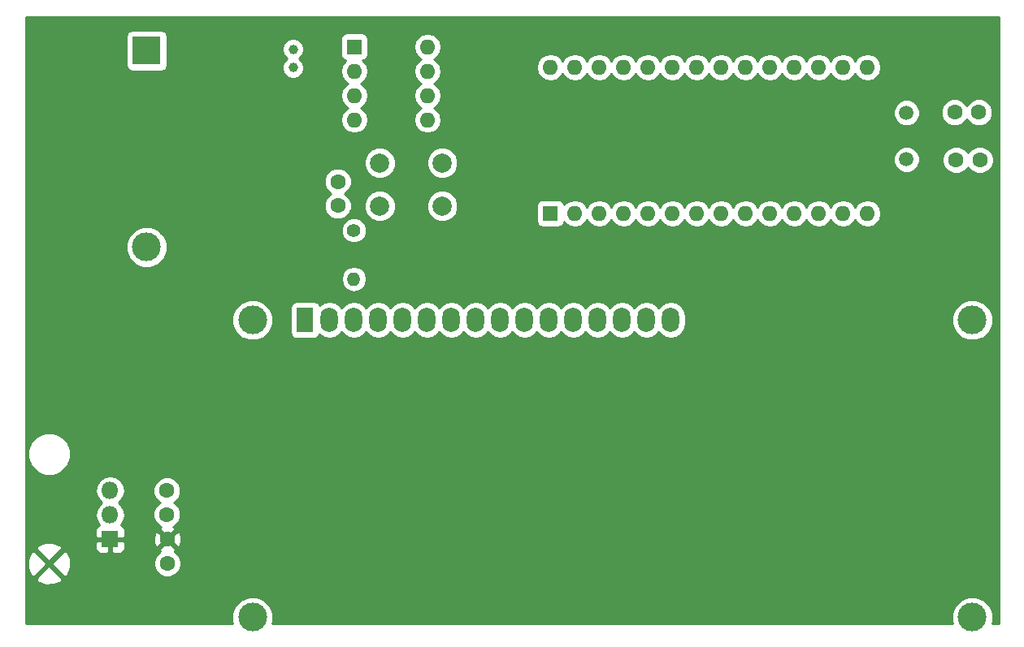
<source format=gbr>
G04 #@! TF.FileFunction,Copper,L2,Bot,Signal*
%FSLAX46Y46*%
G04 Gerber Fmt 4.6, Leading zero omitted, Abs format (unit mm)*
G04 Created by KiCad (PCBNEW 4.0.7) date 06/07/18 19:04:20*
%MOMM*%
%LPD*%
G01*
G04 APERTURE LIST*
%ADD10C,0.100000*%
%ADD11R,1.800000X2.600000*%
%ADD12O,1.800000X2.600000*%
%ADD13C,3.000000*%
%ADD14C,1.600000*%
%ADD15R,1.600000X1.600000*%
%ADD16O,1.600000X1.600000*%
%ADD17C,1.500000*%
%ADD18R,3.000000X3.000000*%
%ADD19C,2.000000*%
%ADD20R,1.800000X1.800000*%
%ADD21O,1.800000X1.800000*%
%ADD22C,1.000000*%
%ADD23C,1.400000*%
%ADD24O,1.400000X1.400000*%
%ADD25C,0.254000*%
G04 APERTURE END LIST*
D10*
D11*
X111760000Y-101600000D03*
D12*
X114300000Y-101600000D03*
X116840000Y-101600000D03*
X119380000Y-101600000D03*
X121920000Y-101600000D03*
X124460000Y-101600000D03*
X127000000Y-101600000D03*
X129540000Y-101600000D03*
X132080000Y-101600000D03*
X134620000Y-101600000D03*
X137160000Y-101600000D03*
X139700000Y-101600000D03*
X142240000Y-101600000D03*
X144780000Y-101600000D03*
X147320000Y-101600000D03*
X149860000Y-101600000D03*
D13*
X106260900Y-101600000D03*
X106260900Y-132600700D03*
X181259480Y-132600700D03*
X181260000Y-101600000D03*
D14*
X97360000Y-119380000D03*
X97360000Y-121880000D03*
D15*
X137300000Y-90480000D03*
D16*
X170320000Y-75240000D03*
X139840000Y-90480000D03*
X167780000Y-75240000D03*
X142380000Y-90480000D03*
X165240000Y-75240000D03*
X144920000Y-90480000D03*
X162700000Y-75240000D03*
X147460000Y-90480000D03*
X160160000Y-75240000D03*
X150000000Y-90480000D03*
X157620000Y-75240000D03*
X152540000Y-90480000D03*
X155080000Y-75240000D03*
X155080000Y-90480000D03*
X152540000Y-75240000D03*
X157620000Y-90480000D03*
X150000000Y-75240000D03*
X160160000Y-90480000D03*
X147460000Y-75240000D03*
X162700000Y-90480000D03*
X144920000Y-75240000D03*
X165240000Y-90480000D03*
X142380000Y-75240000D03*
X167780000Y-90480000D03*
X139840000Y-75240000D03*
X170320000Y-90480000D03*
X137300000Y-75240000D03*
D17*
X174405086Y-84858936D03*
X174405086Y-79978936D03*
D13*
X95250000Y-94000000D03*
D18*
X95250000Y-73510000D03*
D19*
X119540000Y-89710000D03*
X119540000Y-85210000D03*
X126040000Y-89710000D03*
X126040000Y-85210000D03*
D20*
X91440000Y-124460000D03*
D21*
X91440000Y-121920000D03*
X91440000Y-119380000D03*
D15*
X116870000Y-73100000D03*
D16*
X124490000Y-80720000D03*
X116870000Y-75640000D03*
X124490000Y-78180000D03*
X116870000Y-78180000D03*
X124490000Y-75640000D03*
X116870000Y-80720000D03*
X124490000Y-73100000D03*
D22*
X110510000Y-73370000D03*
X110510000Y-75270000D03*
D14*
X115160000Y-89680000D03*
X115160000Y-87180000D03*
X97400000Y-124480000D03*
X97400000Y-126980000D03*
X181920000Y-79940000D03*
X179420000Y-79940000D03*
X182060000Y-84910000D03*
X179560000Y-84910000D03*
D23*
X116840000Y-92240000D03*
D24*
X116840000Y-97320000D03*
D25*
G36*
X183982030Y-133223000D02*
X183312822Y-133223000D01*
X183394108Y-133027241D01*
X183394850Y-132177885D01*
X183070500Y-131392900D01*
X182470439Y-130791791D01*
X181686021Y-130466072D01*
X180836665Y-130465330D01*
X180051680Y-130789680D01*
X179450571Y-131389741D01*
X179124852Y-132174159D01*
X179124110Y-133023515D01*
X179206536Y-133223000D01*
X108314242Y-133223000D01*
X108395528Y-133027241D01*
X108396270Y-132177885D01*
X108071920Y-131392900D01*
X107471859Y-130791791D01*
X106687441Y-130466072D01*
X105838085Y-130465330D01*
X105053100Y-130789680D01*
X104451991Y-131389741D01*
X104126272Y-132174159D01*
X104125530Y-133023515D01*
X104207956Y-133223000D01*
X82636030Y-133223000D01*
X82636030Y-128586202D01*
X83683403Y-128586202D01*
X83855390Y-128915360D01*
X84682346Y-129242026D01*
X85571363Y-129227365D01*
X86324610Y-128915360D01*
X86496597Y-128586202D01*
X85090000Y-127179605D01*
X83683403Y-128586202D01*
X82636030Y-128586202D01*
X82636030Y-126592346D01*
X82847974Y-126592346D01*
X82862635Y-127481363D01*
X83174640Y-128234610D01*
X83503798Y-128406597D01*
X84910395Y-127000000D01*
X85269605Y-127000000D01*
X86676202Y-128406597D01*
X87005360Y-128234610D01*
X87332026Y-127407654D01*
X87329661Y-127264187D01*
X95964752Y-127264187D01*
X96182757Y-127791800D01*
X96586077Y-128195824D01*
X97113309Y-128414750D01*
X97684187Y-128415248D01*
X98211800Y-128197243D01*
X98615824Y-127793923D01*
X98834750Y-127266691D01*
X98835248Y-126695813D01*
X98617243Y-126168200D01*
X98213923Y-125764176D01*
X98147456Y-125736577D01*
X98154005Y-125733864D01*
X98228139Y-125487745D01*
X97400000Y-124659605D01*
X96571861Y-125487745D01*
X96645995Y-125733864D01*
X96652483Y-125736196D01*
X96588200Y-125762757D01*
X96184176Y-126166077D01*
X95965250Y-126693309D01*
X95964752Y-127264187D01*
X87329661Y-127264187D01*
X87317365Y-126518637D01*
X87005360Y-125765390D01*
X86676202Y-125593403D01*
X85269605Y-127000000D01*
X84910395Y-127000000D01*
X83503798Y-125593403D01*
X83174640Y-125765390D01*
X82847974Y-126592346D01*
X82636030Y-126592346D01*
X82636030Y-125413798D01*
X83683403Y-125413798D01*
X85090000Y-126820395D01*
X86496597Y-125413798D01*
X86324610Y-125084640D01*
X85497654Y-124757974D01*
X84608637Y-124772635D01*
X83855390Y-125084640D01*
X83683403Y-125413798D01*
X82636030Y-125413798D01*
X82636030Y-124745750D01*
X89905000Y-124745750D01*
X89905000Y-125486309D01*
X90001673Y-125719698D01*
X90180301Y-125898327D01*
X90413690Y-125995000D01*
X91154250Y-125995000D01*
X91313000Y-125836250D01*
X91313000Y-124587000D01*
X91567000Y-124587000D01*
X91567000Y-125836250D01*
X91725750Y-125995000D01*
X92466310Y-125995000D01*
X92699699Y-125898327D01*
X92878327Y-125719698D01*
X92975000Y-125486309D01*
X92975000Y-124745750D01*
X92816250Y-124587000D01*
X91567000Y-124587000D01*
X91313000Y-124587000D01*
X90063750Y-124587000D01*
X89905000Y-124745750D01*
X82636030Y-124745750D01*
X82636030Y-119349928D01*
X89905000Y-119349928D01*
X89905000Y-119410072D01*
X90021845Y-119997491D01*
X90354591Y-120495481D01*
X90585845Y-120650000D01*
X90354591Y-120804519D01*
X90021845Y-121302509D01*
X89905000Y-121889928D01*
X89905000Y-121950072D01*
X90021845Y-122537491D01*
X90309583Y-122968122D01*
X90180301Y-123021673D01*
X90001673Y-123200302D01*
X89905000Y-123433691D01*
X89905000Y-124174250D01*
X90063750Y-124333000D01*
X91313000Y-124333000D01*
X91313000Y-124313000D01*
X91567000Y-124313000D01*
X91567000Y-124333000D01*
X92816250Y-124333000D01*
X92886027Y-124263223D01*
X95953035Y-124263223D01*
X95980222Y-124833454D01*
X96146136Y-125234005D01*
X96392255Y-125308139D01*
X97220395Y-124480000D01*
X97579605Y-124480000D01*
X98407745Y-125308139D01*
X98653864Y-125234005D01*
X98846965Y-124696777D01*
X98819778Y-124126546D01*
X98653864Y-123725995D01*
X98407745Y-123651861D01*
X97579605Y-124480000D01*
X97220395Y-124480000D01*
X96392255Y-123651861D01*
X96146136Y-123725995D01*
X95953035Y-124263223D01*
X92886027Y-124263223D01*
X92975000Y-124174250D01*
X92975000Y-123433691D01*
X92878327Y-123200302D01*
X92699699Y-123021673D01*
X92570417Y-122968122D01*
X92858155Y-122537491D01*
X92975000Y-121950072D01*
X92975000Y-121889928D01*
X92858155Y-121302509D01*
X92525409Y-120804519D01*
X92294155Y-120650000D01*
X92525409Y-120495481D01*
X92858155Y-119997491D01*
X92924453Y-119664187D01*
X95924752Y-119664187D01*
X96142757Y-120191800D01*
X96546077Y-120595824D01*
X96627931Y-120629813D01*
X96548200Y-120662757D01*
X96144176Y-121066077D01*
X95925250Y-121593309D01*
X95924752Y-122164187D01*
X96142757Y-122691800D01*
X96546077Y-123095824D01*
X96753081Y-123181780D01*
X96645995Y-123226136D01*
X96571861Y-123472255D01*
X97400000Y-124300395D01*
X98228139Y-123472255D01*
X98154005Y-123226136D01*
X97996698Y-123169594D01*
X98171800Y-123097243D01*
X98575824Y-122693923D01*
X98794750Y-122166691D01*
X98795248Y-121595813D01*
X98577243Y-121068200D01*
X98173923Y-120664176D01*
X98092069Y-120630187D01*
X98171800Y-120597243D01*
X98575824Y-120193923D01*
X98794750Y-119666691D01*
X98795248Y-119095813D01*
X98577243Y-118568200D01*
X98173923Y-118164176D01*
X97646691Y-117945250D01*
X97075813Y-117944752D01*
X96548200Y-118162757D01*
X96144176Y-118566077D01*
X95925250Y-119093309D01*
X95924752Y-119664187D01*
X92924453Y-119664187D01*
X92975000Y-119410072D01*
X92975000Y-119349928D01*
X92858155Y-118762509D01*
X92525409Y-118264519D01*
X92027419Y-117931773D01*
X91440000Y-117814928D01*
X90852581Y-117931773D01*
X90354591Y-118264519D01*
X90021845Y-118762509D01*
X89905000Y-119349928D01*
X82636030Y-119349928D01*
X82636030Y-116012619D01*
X82854613Y-116012619D01*
X83194155Y-116834372D01*
X83822321Y-117463636D01*
X84643481Y-117804611D01*
X85532619Y-117805387D01*
X86354372Y-117465845D01*
X86983636Y-116837679D01*
X87324611Y-116016519D01*
X87325387Y-115127381D01*
X86985845Y-114305628D01*
X86357679Y-113676364D01*
X85536519Y-113335389D01*
X84647381Y-113334613D01*
X83825628Y-113674155D01*
X83196364Y-114302321D01*
X82855389Y-115123481D01*
X82854613Y-116012619D01*
X82636030Y-116012619D01*
X82636030Y-102022815D01*
X104125530Y-102022815D01*
X104449880Y-102807800D01*
X105049941Y-103408909D01*
X105834359Y-103734628D01*
X106683715Y-103735370D01*
X107468700Y-103411020D01*
X108069809Y-102810959D01*
X108395528Y-102026541D01*
X108396270Y-101177185D01*
X108071920Y-100392200D01*
X107979881Y-100300000D01*
X110212560Y-100300000D01*
X110212560Y-102900000D01*
X110256838Y-103135317D01*
X110395910Y-103351441D01*
X110608110Y-103496431D01*
X110860000Y-103547440D01*
X112660000Y-103547440D01*
X112895317Y-103503162D01*
X113111441Y-103364090D01*
X113256431Y-103151890D01*
X113256541Y-103151348D01*
X113712581Y-103456064D01*
X114300000Y-103572909D01*
X114887419Y-103456064D01*
X115385409Y-103123318D01*
X115570000Y-102847058D01*
X115754591Y-103123318D01*
X116252581Y-103456064D01*
X116840000Y-103572909D01*
X117427419Y-103456064D01*
X117925409Y-103123318D01*
X118110000Y-102847058D01*
X118294591Y-103123318D01*
X118792581Y-103456064D01*
X119380000Y-103572909D01*
X119967419Y-103456064D01*
X120465409Y-103123318D01*
X120650000Y-102847058D01*
X120834591Y-103123318D01*
X121332581Y-103456064D01*
X121920000Y-103572909D01*
X122507419Y-103456064D01*
X123005409Y-103123318D01*
X123190000Y-102847058D01*
X123374591Y-103123318D01*
X123872581Y-103456064D01*
X124460000Y-103572909D01*
X125047419Y-103456064D01*
X125545409Y-103123318D01*
X125730000Y-102847058D01*
X125914591Y-103123318D01*
X126412581Y-103456064D01*
X127000000Y-103572909D01*
X127587419Y-103456064D01*
X128085409Y-103123318D01*
X128270000Y-102847058D01*
X128454591Y-103123318D01*
X128952581Y-103456064D01*
X129540000Y-103572909D01*
X130127419Y-103456064D01*
X130625409Y-103123318D01*
X130810000Y-102847058D01*
X130994591Y-103123318D01*
X131492581Y-103456064D01*
X132080000Y-103572909D01*
X132667419Y-103456064D01*
X133165409Y-103123318D01*
X133350000Y-102847058D01*
X133534591Y-103123318D01*
X134032581Y-103456064D01*
X134620000Y-103572909D01*
X135207419Y-103456064D01*
X135705409Y-103123318D01*
X135890000Y-102847058D01*
X136074591Y-103123318D01*
X136572581Y-103456064D01*
X137160000Y-103572909D01*
X137747419Y-103456064D01*
X138245409Y-103123318D01*
X138430000Y-102847058D01*
X138614591Y-103123318D01*
X139112581Y-103456064D01*
X139700000Y-103572909D01*
X140287419Y-103456064D01*
X140785409Y-103123318D01*
X140970000Y-102847058D01*
X141154591Y-103123318D01*
X141652581Y-103456064D01*
X142240000Y-103572909D01*
X142827419Y-103456064D01*
X143325409Y-103123318D01*
X143510000Y-102847058D01*
X143694591Y-103123318D01*
X144192581Y-103456064D01*
X144780000Y-103572909D01*
X145367419Y-103456064D01*
X145865409Y-103123318D01*
X146050000Y-102847058D01*
X146234591Y-103123318D01*
X146732581Y-103456064D01*
X147320000Y-103572909D01*
X147907419Y-103456064D01*
X148405409Y-103123318D01*
X148590000Y-102847058D01*
X148774591Y-103123318D01*
X149272581Y-103456064D01*
X149860000Y-103572909D01*
X150447419Y-103456064D01*
X150945409Y-103123318D01*
X151278155Y-102625328D01*
X151395000Y-102037909D01*
X151395000Y-102022815D01*
X179124630Y-102022815D01*
X179448980Y-102807800D01*
X180049041Y-103408909D01*
X180833459Y-103734628D01*
X181682815Y-103735370D01*
X182467800Y-103411020D01*
X183068909Y-102810959D01*
X183394628Y-102026541D01*
X183395370Y-101177185D01*
X183071020Y-100392200D01*
X182470959Y-99791091D01*
X181686541Y-99465372D01*
X180837185Y-99464630D01*
X180052200Y-99788980D01*
X179451091Y-100389041D01*
X179125372Y-101173459D01*
X179124630Y-102022815D01*
X151395000Y-102022815D01*
X151395000Y-101162091D01*
X151278155Y-100574672D01*
X150945409Y-100076682D01*
X150447419Y-99743936D01*
X149860000Y-99627091D01*
X149272581Y-99743936D01*
X148774591Y-100076682D01*
X148590000Y-100352942D01*
X148405409Y-100076682D01*
X147907419Y-99743936D01*
X147320000Y-99627091D01*
X146732581Y-99743936D01*
X146234591Y-100076682D01*
X146050000Y-100352942D01*
X145865409Y-100076682D01*
X145367419Y-99743936D01*
X144780000Y-99627091D01*
X144192581Y-99743936D01*
X143694591Y-100076682D01*
X143510000Y-100352942D01*
X143325409Y-100076682D01*
X142827419Y-99743936D01*
X142240000Y-99627091D01*
X141652581Y-99743936D01*
X141154591Y-100076682D01*
X140970000Y-100352942D01*
X140785409Y-100076682D01*
X140287419Y-99743936D01*
X139700000Y-99627091D01*
X139112581Y-99743936D01*
X138614591Y-100076682D01*
X138430000Y-100352942D01*
X138245409Y-100076682D01*
X137747419Y-99743936D01*
X137160000Y-99627091D01*
X136572581Y-99743936D01*
X136074591Y-100076682D01*
X135890000Y-100352942D01*
X135705409Y-100076682D01*
X135207419Y-99743936D01*
X134620000Y-99627091D01*
X134032581Y-99743936D01*
X133534591Y-100076682D01*
X133350000Y-100352942D01*
X133165409Y-100076682D01*
X132667419Y-99743936D01*
X132080000Y-99627091D01*
X131492581Y-99743936D01*
X130994591Y-100076682D01*
X130810000Y-100352942D01*
X130625409Y-100076682D01*
X130127419Y-99743936D01*
X129540000Y-99627091D01*
X128952581Y-99743936D01*
X128454591Y-100076682D01*
X128270000Y-100352942D01*
X128085409Y-100076682D01*
X127587419Y-99743936D01*
X127000000Y-99627091D01*
X126412581Y-99743936D01*
X125914591Y-100076682D01*
X125730000Y-100352942D01*
X125545409Y-100076682D01*
X125047419Y-99743936D01*
X124460000Y-99627091D01*
X123872581Y-99743936D01*
X123374591Y-100076682D01*
X123190000Y-100352942D01*
X123005409Y-100076682D01*
X122507419Y-99743936D01*
X121920000Y-99627091D01*
X121332581Y-99743936D01*
X120834591Y-100076682D01*
X120650000Y-100352942D01*
X120465409Y-100076682D01*
X119967419Y-99743936D01*
X119380000Y-99627091D01*
X118792581Y-99743936D01*
X118294591Y-100076682D01*
X118110000Y-100352942D01*
X117925409Y-100076682D01*
X117427419Y-99743936D01*
X116840000Y-99627091D01*
X116252581Y-99743936D01*
X115754591Y-100076682D01*
X115570000Y-100352942D01*
X115385409Y-100076682D01*
X114887419Y-99743936D01*
X114300000Y-99627091D01*
X113712581Y-99743936D01*
X113253957Y-100050378D01*
X113124090Y-99848559D01*
X112911890Y-99703569D01*
X112660000Y-99652560D01*
X110860000Y-99652560D01*
X110624683Y-99696838D01*
X110408559Y-99835910D01*
X110263569Y-100048110D01*
X110212560Y-100300000D01*
X107979881Y-100300000D01*
X107471859Y-99791091D01*
X106687441Y-99465372D01*
X105838085Y-99464630D01*
X105053100Y-99788980D01*
X104451991Y-100389041D01*
X104126272Y-101173459D01*
X104125530Y-102022815D01*
X82636030Y-102022815D01*
X82636030Y-97293846D01*
X115505000Y-97293846D01*
X115505000Y-97346154D01*
X115606621Y-97857036D01*
X115896012Y-98290142D01*
X116329118Y-98579533D01*
X116840000Y-98681154D01*
X117350882Y-98579533D01*
X117783988Y-98290142D01*
X118073379Y-97857036D01*
X118175000Y-97346154D01*
X118175000Y-97293846D01*
X118073379Y-96782964D01*
X117783988Y-96349858D01*
X117350882Y-96060467D01*
X116840000Y-95958846D01*
X116329118Y-96060467D01*
X115896012Y-96349858D01*
X115606621Y-96782964D01*
X115505000Y-97293846D01*
X82636030Y-97293846D01*
X82636030Y-94422815D01*
X93114630Y-94422815D01*
X93438980Y-95207800D01*
X94039041Y-95808909D01*
X94823459Y-96134628D01*
X95672815Y-96135370D01*
X96457800Y-95811020D01*
X97058909Y-95210959D01*
X97384628Y-94426541D01*
X97385370Y-93577185D01*
X97061020Y-92792200D01*
X96773705Y-92504383D01*
X115504769Y-92504383D01*
X115707582Y-92995229D01*
X116082796Y-93371098D01*
X116573287Y-93574768D01*
X117104383Y-93575231D01*
X117595229Y-93372418D01*
X117971098Y-92997204D01*
X118174768Y-92506713D01*
X118175231Y-91975617D01*
X117972418Y-91484771D01*
X117597204Y-91108902D01*
X117106713Y-90905232D01*
X116575617Y-90904769D01*
X116084771Y-91107582D01*
X115708902Y-91482796D01*
X115505232Y-91973287D01*
X115504769Y-92504383D01*
X96773705Y-92504383D01*
X96460959Y-92191091D01*
X95676541Y-91865372D01*
X94827185Y-91864630D01*
X94042200Y-92188980D01*
X93441091Y-92789041D01*
X93115372Y-93573459D01*
X93114630Y-94422815D01*
X82636030Y-94422815D01*
X82636030Y-87464187D01*
X113724752Y-87464187D01*
X113942757Y-87991800D01*
X114346077Y-88395824D01*
X114427931Y-88429813D01*
X114348200Y-88462757D01*
X113944176Y-88866077D01*
X113725250Y-89393309D01*
X113724752Y-89964187D01*
X113942757Y-90491800D01*
X114346077Y-90895824D01*
X114873309Y-91114750D01*
X115444187Y-91115248D01*
X115971800Y-90897243D01*
X116375824Y-90493923D01*
X116566885Y-90033795D01*
X117904716Y-90033795D01*
X118153106Y-90634943D01*
X118612637Y-91095278D01*
X119213352Y-91344716D01*
X119863795Y-91345284D01*
X120464943Y-91096894D01*
X120925278Y-90637363D01*
X121174716Y-90036648D01*
X121174718Y-90033795D01*
X124404716Y-90033795D01*
X124653106Y-90634943D01*
X125112637Y-91095278D01*
X125713352Y-91344716D01*
X126363795Y-91345284D01*
X126964943Y-91096894D01*
X127425278Y-90637363D01*
X127674716Y-90036648D01*
X127675027Y-89680000D01*
X135852560Y-89680000D01*
X135852560Y-91280000D01*
X135896838Y-91515317D01*
X136035910Y-91731441D01*
X136248110Y-91876431D01*
X136500000Y-91927440D01*
X138100000Y-91927440D01*
X138335317Y-91883162D01*
X138551441Y-91744090D01*
X138696431Y-91531890D01*
X138727815Y-91376911D01*
X138825302Y-91522811D01*
X139290849Y-91833880D01*
X139840000Y-91943113D01*
X140389151Y-91833880D01*
X140854698Y-91522811D01*
X141110000Y-91140725D01*
X141365302Y-91522811D01*
X141830849Y-91833880D01*
X142380000Y-91943113D01*
X142929151Y-91833880D01*
X143394698Y-91522811D01*
X143650000Y-91140725D01*
X143905302Y-91522811D01*
X144370849Y-91833880D01*
X144920000Y-91943113D01*
X145469151Y-91833880D01*
X145934698Y-91522811D01*
X146190000Y-91140725D01*
X146445302Y-91522811D01*
X146910849Y-91833880D01*
X147460000Y-91943113D01*
X148009151Y-91833880D01*
X148474698Y-91522811D01*
X148730000Y-91140725D01*
X148985302Y-91522811D01*
X149450849Y-91833880D01*
X150000000Y-91943113D01*
X150549151Y-91833880D01*
X151014698Y-91522811D01*
X151270000Y-91140725D01*
X151525302Y-91522811D01*
X151990849Y-91833880D01*
X152540000Y-91943113D01*
X153089151Y-91833880D01*
X153554698Y-91522811D01*
X153810000Y-91140725D01*
X154065302Y-91522811D01*
X154530849Y-91833880D01*
X155080000Y-91943113D01*
X155629151Y-91833880D01*
X156094698Y-91522811D01*
X156350000Y-91140725D01*
X156605302Y-91522811D01*
X157070849Y-91833880D01*
X157620000Y-91943113D01*
X158169151Y-91833880D01*
X158634698Y-91522811D01*
X158890000Y-91140725D01*
X159145302Y-91522811D01*
X159610849Y-91833880D01*
X160160000Y-91943113D01*
X160709151Y-91833880D01*
X161174698Y-91522811D01*
X161430000Y-91140725D01*
X161685302Y-91522811D01*
X162150849Y-91833880D01*
X162700000Y-91943113D01*
X163249151Y-91833880D01*
X163714698Y-91522811D01*
X163970000Y-91140725D01*
X164225302Y-91522811D01*
X164690849Y-91833880D01*
X165240000Y-91943113D01*
X165789151Y-91833880D01*
X166254698Y-91522811D01*
X166510000Y-91140725D01*
X166765302Y-91522811D01*
X167230849Y-91833880D01*
X167780000Y-91943113D01*
X168329151Y-91833880D01*
X168794698Y-91522811D01*
X169050000Y-91140725D01*
X169305302Y-91522811D01*
X169770849Y-91833880D01*
X170320000Y-91943113D01*
X170869151Y-91833880D01*
X171334698Y-91522811D01*
X171645767Y-91057264D01*
X171755000Y-90508113D01*
X171755000Y-90451887D01*
X171645767Y-89902736D01*
X171334698Y-89437189D01*
X170869151Y-89126120D01*
X170320000Y-89016887D01*
X169770849Y-89126120D01*
X169305302Y-89437189D01*
X169050000Y-89819275D01*
X168794698Y-89437189D01*
X168329151Y-89126120D01*
X167780000Y-89016887D01*
X167230849Y-89126120D01*
X166765302Y-89437189D01*
X166510000Y-89819275D01*
X166254698Y-89437189D01*
X165789151Y-89126120D01*
X165240000Y-89016887D01*
X164690849Y-89126120D01*
X164225302Y-89437189D01*
X163970000Y-89819275D01*
X163714698Y-89437189D01*
X163249151Y-89126120D01*
X162700000Y-89016887D01*
X162150849Y-89126120D01*
X161685302Y-89437189D01*
X161430000Y-89819275D01*
X161174698Y-89437189D01*
X160709151Y-89126120D01*
X160160000Y-89016887D01*
X159610849Y-89126120D01*
X159145302Y-89437189D01*
X158890000Y-89819275D01*
X158634698Y-89437189D01*
X158169151Y-89126120D01*
X157620000Y-89016887D01*
X157070849Y-89126120D01*
X156605302Y-89437189D01*
X156350000Y-89819275D01*
X156094698Y-89437189D01*
X155629151Y-89126120D01*
X155080000Y-89016887D01*
X154530849Y-89126120D01*
X154065302Y-89437189D01*
X153810000Y-89819275D01*
X153554698Y-89437189D01*
X153089151Y-89126120D01*
X152540000Y-89016887D01*
X151990849Y-89126120D01*
X151525302Y-89437189D01*
X151270000Y-89819275D01*
X151014698Y-89437189D01*
X150549151Y-89126120D01*
X150000000Y-89016887D01*
X149450849Y-89126120D01*
X148985302Y-89437189D01*
X148730000Y-89819275D01*
X148474698Y-89437189D01*
X148009151Y-89126120D01*
X147460000Y-89016887D01*
X146910849Y-89126120D01*
X146445302Y-89437189D01*
X146190000Y-89819275D01*
X145934698Y-89437189D01*
X145469151Y-89126120D01*
X144920000Y-89016887D01*
X144370849Y-89126120D01*
X143905302Y-89437189D01*
X143650000Y-89819275D01*
X143394698Y-89437189D01*
X142929151Y-89126120D01*
X142380000Y-89016887D01*
X141830849Y-89126120D01*
X141365302Y-89437189D01*
X141110000Y-89819275D01*
X140854698Y-89437189D01*
X140389151Y-89126120D01*
X139840000Y-89016887D01*
X139290849Y-89126120D01*
X138825302Y-89437189D01*
X138728899Y-89581465D01*
X138703162Y-89444683D01*
X138564090Y-89228559D01*
X138351890Y-89083569D01*
X138100000Y-89032560D01*
X136500000Y-89032560D01*
X136264683Y-89076838D01*
X136048559Y-89215910D01*
X135903569Y-89428110D01*
X135852560Y-89680000D01*
X127675027Y-89680000D01*
X127675284Y-89386205D01*
X127426894Y-88785057D01*
X126967363Y-88324722D01*
X126366648Y-88075284D01*
X125716205Y-88074716D01*
X125115057Y-88323106D01*
X124654722Y-88782637D01*
X124405284Y-89383352D01*
X124404716Y-90033795D01*
X121174718Y-90033795D01*
X121175284Y-89386205D01*
X120926894Y-88785057D01*
X120467363Y-88324722D01*
X119866648Y-88075284D01*
X119216205Y-88074716D01*
X118615057Y-88323106D01*
X118154722Y-88782637D01*
X117905284Y-89383352D01*
X117904716Y-90033795D01*
X116566885Y-90033795D01*
X116594750Y-89966691D01*
X116595248Y-89395813D01*
X116377243Y-88868200D01*
X115973923Y-88464176D01*
X115892069Y-88430187D01*
X115971800Y-88397243D01*
X116375824Y-87993923D01*
X116594750Y-87466691D01*
X116595248Y-86895813D01*
X116377243Y-86368200D01*
X115973923Y-85964176D01*
X115446691Y-85745250D01*
X114875813Y-85744752D01*
X114348200Y-85962757D01*
X113944176Y-86366077D01*
X113725250Y-86893309D01*
X113724752Y-87464187D01*
X82636030Y-87464187D01*
X82636030Y-85533795D01*
X117904716Y-85533795D01*
X118153106Y-86134943D01*
X118612637Y-86595278D01*
X119213352Y-86844716D01*
X119863795Y-86845284D01*
X120464943Y-86596894D01*
X120925278Y-86137363D01*
X121174716Y-85536648D01*
X121174718Y-85533795D01*
X124404716Y-85533795D01*
X124653106Y-86134943D01*
X125112637Y-86595278D01*
X125713352Y-86844716D01*
X126363795Y-86845284D01*
X126964943Y-86596894D01*
X127425278Y-86137363D01*
X127674716Y-85536648D01*
X127675068Y-85133221D01*
X173019846Y-85133221D01*
X173230255Y-85642451D01*
X173619522Y-86032397D01*
X174128384Y-86243695D01*
X174679371Y-86244176D01*
X175188601Y-86033767D01*
X175578547Y-85644500D01*
X175765533Y-85194187D01*
X178124752Y-85194187D01*
X178342757Y-85721800D01*
X178746077Y-86125824D01*
X179273309Y-86344750D01*
X179844187Y-86345248D01*
X180371800Y-86127243D01*
X180775824Y-85723923D01*
X180809813Y-85642069D01*
X180842757Y-85721800D01*
X181246077Y-86125824D01*
X181773309Y-86344750D01*
X182344187Y-86345248D01*
X182871800Y-86127243D01*
X183275824Y-85723923D01*
X183494750Y-85196691D01*
X183495248Y-84625813D01*
X183277243Y-84098200D01*
X182873923Y-83694176D01*
X182346691Y-83475250D01*
X181775813Y-83474752D01*
X181248200Y-83692757D01*
X180844176Y-84096077D01*
X180810187Y-84177931D01*
X180777243Y-84098200D01*
X180373923Y-83694176D01*
X179846691Y-83475250D01*
X179275813Y-83474752D01*
X178748200Y-83692757D01*
X178344176Y-84096077D01*
X178125250Y-84623309D01*
X178124752Y-85194187D01*
X175765533Y-85194187D01*
X175789845Y-85135638D01*
X175790326Y-84584651D01*
X175579917Y-84075421D01*
X175190650Y-83685475D01*
X174681788Y-83474177D01*
X174130801Y-83473696D01*
X173621571Y-83684105D01*
X173231625Y-84073372D01*
X173020327Y-84582234D01*
X173019846Y-85133221D01*
X127675068Y-85133221D01*
X127675284Y-84886205D01*
X127426894Y-84285057D01*
X126967363Y-83824722D01*
X126366648Y-83575284D01*
X125716205Y-83574716D01*
X125115057Y-83823106D01*
X124654722Y-84282637D01*
X124405284Y-84883352D01*
X124404716Y-85533795D01*
X121174718Y-85533795D01*
X121175284Y-84886205D01*
X120926894Y-84285057D01*
X120467363Y-83824722D01*
X119866648Y-83575284D01*
X119216205Y-83574716D01*
X118615057Y-83823106D01*
X118154722Y-84282637D01*
X117905284Y-84883352D01*
X117904716Y-85533795D01*
X82636030Y-85533795D01*
X82636030Y-72010000D01*
X93102560Y-72010000D01*
X93102560Y-75010000D01*
X93146838Y-75245317D01*
X93285910Y-75461441D01*
X93498110Y-75606431D01*
X93750000Y-75657440D01*
X96750000Y-75657440D01*
X96985317Y-75613162D01*
X97201441Y-75474090D01*
X97346431Y-75261890D01*
X97397440Y-75010000D01*
X97397440Y-73594775D01*
X109374803Y-73594775D01*
X109547233Y-74012086D01*
X109854867Y-74320257D01*
X109548355Y-74626235D01*
X109375197Y-75043244D01*
X109374803Y-75494775D01*
X109547233Y-75912086D01*
X109866235Y-76231645D01*
X110283244Y-76404803D01*
X110734775Y-76405197D01*
X111152086Y-76232767D01*
X111471645Y-75913765D01*
X111585322Y-75640000D01*
X115406887Y-75640000D01*
X115516120Y-76189151D01*
X115827189Y-76654698D01*
X116209275Y-76910000D01*
X115827189Y-77165302D01*
X115516120Y-77630849D01*
X115406887Y-78180000D01*
X115516120Y-78729151D01*
X115827189Y-79194698D01*
X116209275Y-79450000D01*
X115827189Y-79705302D01*
X115516120Y-80170849D01*
X115406887Y-80720000D01*
X115516120Y-81269151D01*
X115827189Y-81734698D01*
X116292736Y-82045767D01*
X116841887Y-82155000D01*
X116898113Y-82155000D01*
X117447264Y-82045767D01*
X117912811Y-81734698D01*
X118223880Y-81269151D01*
X118333113Y-80720000D01*
X118223880Y-80170849D01*
X117912811Y-79705302D01*
X117530725Y-79450000D01*
X117912811Y-79194698D01*
X118223880Y-78729151D01*
X118333113Y-78180000D01*
X118223880Y-77630849D01*
X117912811Y-77165302D01*
X117530725Y-76910000D01*
X117912811Y-76654698D01*
X118223880Y-76189151D01*
X118333113Y-75640000D01*
X118223880Y-75090849D01*
X117912811Y-74625302D01*
X117768535Y-74528899D01*
X117905317Y-74503162D01*
X118121441Y-74364090D01*
X118266431Y-74151890D01*
X118317440Y-73900000D01*
X118317440Y-73100000D01*
X123026887Y-73100000D01*
X123136120Y-73649151D01*
X123447189Y-74114698D01*
X123829275Y-74370000D01*
X123447189Y-74625302D01*
X123136120Y-75090849D01*
X123026887Y-75640000D01*
X123136120Y-76189151D01*
X123447189Y-76654698D01*
X123829275Y-76910000D01*
X123447189Y-77165302D01*
X123136120Y-77630849D01*
X123026887Y-78180000D01*
X123136120Y-78729151D01*
X123447189Y-79194698D01*
X123829275Y-79450000D01*
X123447189Y-79705302D01*
X123136120Y-80170849D01*
X123026887Y-80720000D01*
X123136120Y-81269151D01*
X123447189Y-81734698D01*
X123912736Y-82045767D01*
X124461887Y-82155000D01*
X124518113Y-82155000D01*
X125067264Y-82045767D01*
X125532811Y-81734698D01*
X125843880Y-81269151D01*
X125953113Y-80720000D01*
X125860265Y-80253221D01*
X173019846Y-80253221D01*
X173230255Y-80762451D01*
X173619522Y-81152397D01*
X174128384Y-81363695D01*
X174679371Y-81364176D01*
X175188601Y-81153767D01*
X175578547Y-80764500D01*
X175789845Y-80255638D01*
X175789872Y-80224187D01*
X177984752Y-80224187D01*
X178202757Y-80751800D01*
X178606077Y-81155824D01*
X179133309Y-81374750D01*
X179704187Y-81375248D01*
X180231800Y-81157243D01*
X180635824Y-80753923D01*
X180669813Y-80672069D01*
X180702757Y-80751800D01*
X181106077Y-81155824D01*
X181633309Y-81374750D01*
X182204187Y-81375248D01*
X182731800Y-81157243D01*
X183135824Y-80753923D01*
X183354750Y-80226691D01*
X183355248Y-79655813D01*
X183137243Y-79128200D01*
X182733923Y-78724176D01*
X182206691Y-78505250D01*
X181635813Y-78504752D01*
X181108200Y-78722757D01*
X180704176Y-79126077D01*
X180670187Y-79207931D01*
X180637243Y-79128200D01*
X180233923Y-78724176D01*
X179706691Y-78505250D01*
X179135813Y-78504752D01*
X178608200Y-78722757D01*
X178204176Y-79126077D01*
X177985250Y-79653309D01*
X177984752Y-80224187D01*
X175789872Y-80224187D01*
X175790326Y-79704651D01*
X175579917Y-79195421D01*
X175190650Y-78805475D01*
X174681788Y-78594177D01*
X174130801Y-78593696D01*
X173621571Y-78804105D01*
X173231625Y-79193372D01*
X173020327Y-79702234D01*
X173019846Y-80253221D01*
X125860265Y-80253221D01*
X125843880Y-80170849D01*
X125532811Y-79705302D01*
X125150725Y-79450000D01*
X125532811Y-79194698D01*
X125843880Y-78729151D01*
X125953113Y-78180000D01*
X125843880Y-77630849D01*
X125532811Y-77165302D01*
X125150725Y-76910000D01*
X125532811Y-76654698D01*
X125843880Y-76189151D01*
X125953113Y-75640000D01*
X125867956Y-75211887D01*
X135865000Y-75211887D01*
X135865000Y-75268113D01*
X135974233Y-75817264D01*
X136285302Y-76282811D01*
X136750849Y-76593880D01*
X137300000Y-76703113D01*
X137849151Y-76593880D01*
X138314698Y-76282811D01*
X138570000Y-75900725D01*
X138825302Y-76282811D01*
X139290849Y-76593880D01*
X139840000Y-76703113D01*
X140389151Y-76593880D01*
X140854698Y-76282811D01*
X141110000Y-75900725D01*
X141365302Y-76282811D01*
X141830849Y-76593880D01*
X142380000Y-76703113D01*
X142929151Y-76593880D01*
X143394698Y-76282811D01*
X143650000Y-75900725D01*
X143905302Y-76282811D01*
X144370849Y-76593880D01*
X144920000Y-76703113D01*
X145469151Y-76593880D01*
X145934698Y-76282811D01*
X146190000Y-75900725D01*
X146445302Y-76282811D01*
X146910849Y-76593880D01*
X147460000Y-76703113D01*
X148009151Y-76593880D01*
X148474698Y-76282811D01*
X148730000Y-75900725D01*
X148985302Y-76282811D01*
X149450849Y-76593880D01*
X150000000Y-76703113D01*
X150549151Y-76593880D01*
X151014698Y-76282811D01*
X151270000Y-75900725D01*
X151525302Y-76282811D01*
X151990849Y-76593880D01*
X152540000Y-76703113D01*
X153089151Y-76593880D01*
X153554698Y-76282811D01*
X153810000Y-75900725D01*
X154065302Y-76282811D01*
X154530849Y-76593880D01*
X155080000Y-76703113D01*
X155629151Y-76593880D01*
X156094698Y-76282811D01*
X156350000Y-75900725D01*
X156605302Y-76282811D01*
X157070849Y-76593880D01*
X157620000Y-76703113D01*
X158169151Y-76593880D01*
X158634698Y-76282811D01*
X158890000Y-75900725D01*
X159145302Y-76282811D01*
X159610849Y-76593880D01*
X160160000Y-76703113D01*
X160709151Y-76593880D01*
X161174698Y-76282811D01*
X161430000Y-75900725D01*
X161685302Y-76282811D01*
X162150849Y-76593880D01*
X162700000Y-76703113D01*
X163249151Y-76593880D01*
X163714698Y-76282811D01*
X163970000Y-75900725D01*
X164225302Y-76282811D01*
X164690849Y-76593880D01*
X165240000Y-76703113D01*
X165789151Y-76593880D01*
X166254698Y-76282811D01*
X166510000Y-75900725D01*
X166765302Y-76282811D01*
X167230849Y-76593880D01*
X167780000Y-76703113D01*
X168329151Y-76593880D01*
X168794698Y-76282811D01*
X169050000Y-75900725D01*
X169305302Y-76282811D01*
X169770849Y-76593880D01*
X170320000Y-76703113D01*
X170869151Y-76593880D01*
X171334698Y-76282811D01*
X171645767Y-75817264D01*
X171755000Y-75268113D01*
X171755000Y-75211887D01*
X171645767Y-74662736D01*
X171334698Y-74197189D01*
X170869151Y-73886120D01*
X170320000Y-73776887D01*
X169770849Y-73886120D01*
X169305302Y-74197189D01*
X169050000Y-74579275D01*
X168794698Y-74197189D01*
X168329151Y-73886120D01*
X167780000Y-73776887D01*
X167230849Y-73886120D01*
X166765302Y-74197189D01*
X166510000Y-74579275D01*
X166254698Y-74197189D01*
X165789151Y-73886120D01*
X165240000Y-73776887D01*
X164690849Y-73886120D01*
X164225302Y-74197189D01*
X163970000Y-74579275D01*
X163714698Y-74197189D01*
X163249151Y-73886120D01*
X162700000Y-73776887D01*
X162150849Y-73886120D01*
X161685302Y-74197189D01*
X161430000Y-74579275D01*
X161174698Y-74197189D01*
X160709151Y-73886120D01*
X160160000Y-73776887D01*
X159610849Y-73886120D01*
X159145302Y-74197189D01*
X158890000Y-74579275D01*
X158634698Y-74197189D01*
X158169151Y-73886120D01*
X157620000Y-73776887D01*
X157070849Y-73886120D01*
X156605302Y-74197189D01*
X156350000Y-74579275D01*
X156094698Y-74197189D01*
X155629151Y-73886120D01*
X155080000Y-73776887D01*
X154530849Y-73886120D01*
X154065302Y-74197189D01*
X153810000Y-74579275D01*
X153554698Y-74197189D01*
X153089151Y-73886120D01*
X152540000Y-73776887D01*
X151990849Y-73886120D01*
X151525302Y-74197189D01*
X151270000Y-74579275D01*
X151014698Y-74197189D01*
X150549151Y-73886120D01*
X150000000Y-73776887D01*
X149450849Y-73886120D01*
X148985302Y-74197189D01*
X148730000Y-74579275D01*
X148474698Y-74197189D01*
X148009151Y-73886120D01*
X147460000Y-73776887D01*
X146910849Y-73886120D01*
X146445302Y-74197189D01*
X146190000Y-74579275D01*
X145934698Y-74197189D01*
X145469151Y-73886120D01*
X144920000Y-73776887D01*
X144370849Y-73886120D01*
X143905302Y-74197189D01*
X143650000Y-74579275D01*
X143394698Y-74197189D01*
X142929151Y-73886120D01*
X142380000Y-73776887D01*
X141830849Y-73886120D01*
X141365302Y-74197189D01*
X141110000Y-74579275D01*
X140854698Y-74197189D01*
X140389151Y-73886120D01*
X139840000Y-73776887D01*
X139290849Y-73886120D01*
X138825302Y-74197189D01*
X138570000Y-74579275D01*
X138314698Y-74197189D01*
X137849151Y-73886120D01*
X137300000Y-73776887D01*
X136750849Y-73886120D01*
X136285302Y-74197189D01*
X135974233Y-74662736D01*
X135865000Y-75211887D01*
X125867956Y-75211887D01*
X125843880Y-75090849D01*
X125532811Y-74625302D01*
X125150725Y-74370000D01*
X125532811Y-74114698D01*
X125843880Y-73649151D01*
X125953113Y-73100000D01*
X125843880Y-72550849D01*
X125532811Y-72085302D01*
X125067264Y-71774233D01*
X124518113Y-71665000D01*
X124461887Y-71665000D01*
X123912736Y-71774233D01*
X123447189Y-72085302D01*
X123136120Y-72550849D01*
X123026887Y-73100000D01*
X118317440Y-73100000D01*
X118317440Y-72300000D01*
X118273162Y-72064683D01*
X118134090Y-71848559D01*
X117921890Y-71703569D01*
X117670000Y-71652560D01*
X116070000Y-71652560D01*
X115834683Y-71696838D01*
X115618559Y-71835910D01*
X115473569Y-72048110D01*
X115422560Y-72300000D01*
X115422560Y-73900000D01*
X115466838Y-74135317D01*
X115605910Y-74351441D01*
X115818110Y-74496431D01*
X115973089Y-74527815D01*
X115827189Y-74625302D01*
X115516120Y-75090849D01*
X115406887Y-75640000D01*
X111585322Y-75640000D01*
X111644803Y-75496756D01*
X111645197Y-75045225D01*
X111472767Y-74627914D01*
X111165133Y-74319743D01*
X111471645Y-74013765D01*
X111644803Y-73596756D01*
X111645197Y-73145225D01*
X111472767Y-72727914D01*
X111153765Y-72408355D01*
X110736756Y-72235197D01*
X110285225Y-72234803D01*
X109867914Y-72407233D01*
X109548355Y-72726235D01*
X109375197Y-73143244D01*
X109374803Y-73594775D01*
X97397440Y-73594775D01*
X97397440Y-72010000D01*
X97353162Y-71774683D01*
X97214090Y-71558559D01*
X97001890Y-71413569D01*
X96750000Y-71362560D01*
X93750000Y-71362560D01*
X93514683Y-71406838D01*
X93298559Y-71545910D01*
X93153569Y-71758110D01*
X93102560Y-72010000D01*
X82636030Y-72010000D01*
X82636030Y-69977000D01*
X183982030Y-69977000D01*
X183982030Y-133223000D01*
X183982030Y-133223000D01*
G37*
X183982030Y-133223000D02*
X183312822Y-133223000D01*
X183394108Y-133027241D01*
X183394850Y-132177885D01*
X183070500Y-131392900D01*
X182470439Y-130791791D01*
X181686021Y-130466072D01*
X180836665Y-130465330D01*
X180051680Y-130789680D01*
X179450571Y-131389741D01*
X179124852Y-132174159D01*
X179124110Y-133023515D01*
X179206536Y-133223000D01*
X108314242Y-133223000D01*
X108395528Y-133027241D01*
X108396270Y-132177885D01*
X108071920Y-131392900D01*
X107471859Y-130791791D01*
X106687441Y-130466072D01*
X105838085Y-130465330D01*
X105053100Y-130789680D01*
X104451991Y-131389741D01*
X104126272Y-132174159D01*
X104125530Y-133023515D01*
X104207956Y-133223000D01*
X82636030Y-133223000D01*
X82636030Y-128586202D01*
X83683403Y-128586202D01*
X83855390Y-128915360D01*
X84682346Y-129242026D01*
X85571363Y-129227365D01*
X86324610Y-128915360D01*
X86496597Y-128586202D01*
X85090000Y-127179605D01*
X83683403Y-128586202D01*
X82636030Y-128586202D01*
X82636030Y-126592346D01*
X82847974Y-126592346D01*
X82862635Y-127481363D01*
X83174640Y-128234610D01*
X83503798Y-128406597D01*
X84910395Y-127000000D01*
X85269605Y-127000000D01*
X86676202Y-128406597D01*
X87005360Y-128234610D01*
X87332026Y-127407654D01*
X87329661Y-127264187D01*
X95964752Y-127264187D01*
X96182757Y-127791800D01*
X96586077Y-128195824D01*
X97113309Y-128414750D01*
X97684187Y-128415248D01*
X98211800Y-128197243D01*
X98615824Y-127793923D01*
X98834750Y-127266691D01*
X98835248Y-126695813D01*
X98617243Y-126168200D01*
X98213923Y-125764176D01*
X98147456Y-125736577D01*
X98154005Y-125733864D01*
X98228139Y-125487745D01*
X97400000Y-124659605D01*
X96571861Y-125487745D01*
X96645995Y-125733864D01*
X96652483Y-125736196D01*
X96588200Y-125762757D01*
X96184176Y-126166077D01*
X95965250Y-126693309D01*
X95964752Y-127264187D01*
X87329661Y-127264187D01*
X87317365Y-126518637D01*
X87005360Y-125765390D01*
X86676202Y-125593403D01*
X85269605Y-127000000D01*
X84910395Y-127000000D01*
X83503798Y-125593403D01*
X83174640Y-125765390D01*
X82847974Y-126592346D01*
X82636030Y-126592346D01*
X82636030Y-125413798D01*
X83683403Y-125413798D01*
X85090000Y-126820395D01*
X86496597Y-125413798D01*
X86324610Y-125084640D01*
X85497654Y-124757974D01*
X84608637Y-124772635D01*
X83855390Y-125084640D01*
X83683403Y-125413798D01*
X82636030Y-125413798D01*
X82636030Y-124745750D01*
X89905000Y-124745750D01*
X89905000Y-125486309D01*
X90001673Y-125719698D01*
X90180301Y-125898327D01*
X90413690Y-125995000D01*
X91154250Y-125995000D01*
X91313000Y-125836250D01*
X91313000Y-124587000D01*
X91567000Y-124587000D01*
X91567000Y-125836250D01*
X91725750Y-125995000D01*
X92466310Y-125995000D01*
X92699699Y-125898327D01*
X92878327Y-125719698D01*
X92975000Y-125486309D01*
X92975000Y-124745750D01*
X92816250Y-124587000D01*
X91567000Y-124587000D01*
X91313000Y-124587000D01*
X90063750Y-124587000D01*
X89905000Y-124745750D01*
X82636030Y-124745750D01*
X82636030Y-119349928D01*
X89905000Y-119349928D01*
X89905000Y-119410072D01*
X90021845Y-119997491D01*
X90354591Y-120495481D01*
X90585845Y-120650000D01*
X90354591Y-120804519D01*
X90021845Y-121302509D01*
X89905000Y-121889928D01*
X89905000Y-121950072D01*
X90021845Y-122537491D01*
X90309583Y-122968122D01*
X90180301Y-123021673D01*
X90001673Y-123200302D01*
X89905000Y-123433691D01*
X89905000Y-124174250D01*
X90063750Y-124333000D01*
X91313000Y-124333000D01*
X91313000Y-124313000D01*
X91567000Y-124313000D01*
X91567000Y-124333000D01*
X92816250Y-124333000D01*
X92886027Y-124263223D01*
X95953035Y-124263223D01*
X95980222Y-124833454D01*
X96146136Y-125234005D01*
X96392255Y-125308139D01*
X97220395Y-124480000D01*
X97579605Y-124480000D01*
X98407745Y-125308139D01*
X98653864Y-125234005D01*
X98846965Y-124696777D01*
X98819778Y-124126546D01*
X98653864Y-123725995D01*
X98407745Y-123651861D01*
X97579605Y-124480000D01*
X97220395Y-124480000D01*
X96392255Y-123651861D01*
X96146136Y-123725995D01*
X95953035Y-124263223D01*
X92886027Y-124263223D01*
X92975000Y-124174250D01*
X92975000Y-123433691D01*
X92878327Y-123200302D01*
X92699699Y-123021673D01*
X92570417Y-122968122D01*
X92858155Y-122537491D01*
X92975000Y-121950072D01*
X92975000Y-121889928D01*
X92858155Y-121302509D01*
X92525409Y-120804519D01*
X92294155Y-120650000D01*
X92525409Y-120495481D01*
X92858155Y-119997491D01*
X92924453Y-119664187D01*
X95924752Y-119664187D01*
X96142757Y-120191800D01*
X96546077Y-120595824D01*
X96627931Y-120629813D01*
X96548200Y-120662757D01*
X96144176Y-121066077D01*
X95925250Y-121593309D01*
X95924752Y-122164187D01*
X96142757Y-122691800D01*
X96546077Y-123095824D01*
X96753081Y-123181780D01*
X96645995Y-123226136D01*
X96571861Y-123472255D01*
X97400000Y-124300395D01*
X98228139Y-123472255D01*
X98154005Y-123226136D01*
X97996698Y-123169594D01*
X98171800Y-123097243D01*
X98575824Y-122693923D01*
X98794750Y-122166691D01*
X98795248Y-121595813D01*
X98577243Y-121068200D01*
X98173923Y-120664176D01*
X98092069Y-120630187D01*
X98171800Y-120597243D01*
X98575824Y-120193923D01*
X98794750Y-119666691D01*
X98795248Y-119095813D01*
X98577243Y-118568200D01*
X98173923Y-118164176D01*
X97646691Y-117945250D01*
X97075813Y-117944752D01*
X96548200Y-118162757D01*
X96144176Y-118566077D01*
X95925250Y-119093309D01*
X95924752Y-119664187D01*
X92924453Y-119664187D01*
X92975000Y-119410072D01*
X92975000Y-119349928D01*
X92858155Y-118762509D01*
X92525409Y-118264519D01*
X92027419Y-117931773D01*
X91440000Y-117814928D01*
X90852581Y-117931773D01*
X90354591Y-118264519D01*
X90021845Y-118762509D01*
X89905000Y-119349928D01*
X82636030Y-119349928D01*
X82636030Y-116012619D01*
X82854613Y-116012619D01*
X83194155Y-116834372D01*
X83822321Y-117463636D01*
X84643481Y-117804611D01*
X85532619Y-117805387D01*
X86354372Y-117465845D01*
X86983636Y-116837679D01*
X87324611Y-116016519D01*
X87325387Y-115127381D01*
X86985845Y-114305628D01*
X86357679Y-113676364D01*
X85536519Y-113335389D01*
X84647381Y-113334613D01*
X83825628Y-113674155D01*
X83196364Y-114302321D01*
X82855389Y-115123481D01*
X82854613Y-116012619D01*
X82636030Y-116012619D01*
X82636030Y-102022815D01*
X104125530Y-102022815D01*
X104449880Y-102807800D01*
X105049941Y-103408909D01*
X105834359Y-103734628D01*
X106683715Y-103735370D01*
X107468700Y-103411020D01*
X108069809Y-102810959D01*
X108395528Y-102026541D01*
X108396270Y-101177185D01*
X108071920Y-100392200D01*
X107979881Y-100300000D01*
X110212560Y-100300000D01*
X110212560Y-102900000D01*
X110256838Y-103135317D01*
X110395910Y-103351441D01*
X110608110Y-103496431D01*
X110860000Y-103547440D01*
X112660000Y-103547440D01*
X112895317Y-103503162D01*
X113111441Y-103364090D01*
X113256431Y-103151890D01*
X113256541Y-103151348D01*
X113712581Y-103456064D01*
X114300000Y-103572909D01*
X114887419Y-103456064D01*
X115385409Y-103123318D01*
X115570000Y-102847058D01*
X115754591Y-103123318D01*
X116252581Y-103456064D01*
X116840000Y-103572909D01*
X117427419Y-103456064D01*
X117925409Y-103123318D01*
X118110000Y-102847058D01*
X118294591Y-103123318D01*
X118792581Y-103456064D01*
X119380000Y-103572909D01*
X119967419Y-103456064D01*
X120465409Y-103123318D01*
X120650000Y-102847058D01*
X120834591Y-103123318D01*
X121332581Y-103456064D01*
X121920000Y-103572909D01*
X122507419Y-103456064D01*
X123005409Y-103123318D01*
X123190000Y-102847058D01*
X123374591Y-103123318D01*
X123872581Y-103456064D01*
X124460000Y-103572909D01*
X125047419Y-103456064D01*
X125545409Y-103123318D01*
X125730000Y-102847058D01*
X125914591Y-103123318D01*
X126412581Y-103456064D01*
X127000000Y-103572909D01*
X127587419Y-103456064D01*
X128085409Y-103123318D01*
X128270000Y-102847058D01*
X128454591Y-103123318D01*
X128952581Y-103456064D01*
X129540000Y-103572909D01*
X130127419Y-103456064D01*
X130625409Y-103123318D01*
X130810000Y-102847058D01*
X130994591Y-103123318D01*
X131492581Y-103456064D01*
X132080000Y-103572909D01*
X132667419Y-103456064D01*
X133165409Y-103123318D01*
X133350000Y-102847058D01*
X133534591Y-103123318D01*
X134032581Y-103456064D01*
X134620000Y-103572909D01*
X135207419Y-103456064D01*
X135705409Y-103123318D01*
X135890000Y-102847058D01*
X136074591Y-103123318D01*
X136572581Y-103456064D01*
X137160000Y-103572909D01*
X137747419Y-103456064D01*
X138245409Y-103123318D01*
X138430000Y-102847058D01*
X138614591Y-103123318D01*
X139112581Y-103456064D01*
X139700000Y-103572909D01*
X140287419Y-103456064D01*
X140785409Y-103123318D01*
X140970000Y-102847058D01*
X141154591Y-103123318D01*
X141652581Y-103456064D01*
X142240000Y-103572909D01*
X142827419Y-103456064D01*
X143325409Y-103123318D01*
X143510000Y-102847058D01*
X143694591Y-103123318D01*
X144192581Y-103456064D01*
X144780000Y-103572909D01*
X145367419Y-103456064D01*
X145865409Y-103123318D01*
X146050000Y-102847058D01*
X146234591Y-103123318D01*
X146732581Y-103456064D01*
X147320000Y-103572909D01*
X147907419Y-103456064D01*
X148405409Y-103123318D01*
X148590000Y-102847058D01*
X148774591Y-103123318D01*
X149272581Y-103456064D01*
X149860000Y-103572909D01*
X150447419Y-103456064D01*
X150945409Y-103123318D01*
X151278155Y-102625328D01*
X151395000Y-102037909D01*
X151395000Y-102022815D01*
X179124630Y-102022815D01*
X179448980Y-102807800D01*
X180049041Y-103408909D01*
X180833459Y-103734628D01*
X181682815Y-103735370D01*
X182467800Y-103411020D01*
X183068909Y-102810959D01*
X183394628Y-102026541D01*
X183395370Y-101177185D01*
X183071020Y-100392200D01*
X182470959Y-99791091D01*
X181686541Y-99465372D01*
X180837185Y-99464630D01*
X180052200Y-99788980D01*
X179451091Y-100389041D01*
X179125372Y-101173459D01*
X179124630Y-102022815D01*
X151395000Y-102022815D01*
X151395000Y-101162091D01*
X151278155Y-100574672D01*
X150945409Y-100076682D01*
X150447419Y-99743936D01*
X149860000Y-99627091D01*
X149272581Y-99743936D01*
X148774591Y-100076682D01*
X148590000Y-100352942D01*
X148405409Y-100076682D01*
X147907419Y-99743936D01*
X147320000Y-99627091D01*
X146732581Y-99743936D01*
X146234591Y-100076682D01*
X146050000Y-100352942D01*
X145865409Y-100076682D01*
X145367419Y-99743936D01*
X144780000Y-99627091D01*
X144192581Y-99743936D01*
X143694591Y-100076682D01*
X143510000Y-100352942D01*
X143325409Y-100076682D01*
X142827419Y-99743936D01*
X142240000Y-99627091D01*
X141652581Y-99743936D01*
X141154591Y-100076682D01*
X140970000Y-100352942D01*
X140785409Y-100076682D01*
X140287419Y-99743936D01*
X139700000Y-99627091D01*
X139112581Y-99743936D01*
X138614591Y-100076682D01*
X138430000Y-100352942D01*
X138245409Y-100076682D01*
X137747419Y-99743936D01*
X137160000Y-99627091D01*
X136572581Y-99743936D01*
X136074591Y-100076682D01*
X135890000Y-100352942D01*
X135705409Y-100076682D01*
X135207419Y-99743936D01*
X134620000Y-99627091D01*
X134032581Y-99743936D01*
X133534591Y-100076682D01*
X133350000Y-100352942D01*
X133165409Y-100076682D01*
X132667419Y-99743936D01*
X132080000Y-99627091D01*
X131492581Y-99743936D01*
X130994591Y-100076682D01*
X130810000Y-100352942D01*
X130625409Y-100076682D01*
X130127419Y-99743936D01*
X129540000Y-99627091D01*
X128952581Y-99743936D01*
X128454591Y-100076682D01*
X128270000Y-100352942D01*
X128085409Y-100076682D01*
X127587419Y-99743936D01*
X127000000Y-99627091D01*
X126412581Y-99743936D01*
X125914591Y-100076682D01*
X125730000Y-100352942D01*
X125545409Y-100076682D01*
X125047419Y-99743936D01*
X124460000Y-99627091D01*
X123872581Y-99743936D01*
X123374591Y-100076682D01*
X123190000Y-100352942D01*
X123005409Y-100076682D01*
X122507419Y-99743936D01*
X121920000Y-99627091D01*
X121332581Y-99743936D01*
X120834591Y-100076682D01*
X120650000Y-100352942D01*
X120465409Y-100076682D01*
X119967419Y-99743936D01*
X119380000Y-99627091D01*
X118792581Y-99743936D01*
X118294591Y-100076682D01*
X118110000Y-100352942D01*
X117925409Y-100076682D01*
X117427419Y-99743936D01*
X116840000Y-99627091D01*
X116252581Y-99743936D01*
X115754591Y-100076682D01*
X115570000Y-100352942D01*
X115385409Y-100076682D01*
X114887419Y-99743936D01*
X114300000Y-99627091D01*
X113712581Y-99743936D01*
X113253957Y-100050378D01*
X113124090Y-99848559D01*
X112911890Y-99703569D01*
X112660000Y-99652560D01*
X110860000Y-99652560D01*
X110624683Y-99696838D01*
X110408559Y-99835910D01*
X110263569Y-100048110D01*
X110212560Y-100300000D01*
X107979881Y-100300000D01*
X107471859Y-99791091D01*
X106687441Y-99465372D01*
X105838085Y-99464630D01*
X105053100Y-99788980D01*
X104451991Y-100389041D01*
X104126272Y-101173459D01*
X104125530Y-102022815D01*
X82636030Y-102022815D01*
X82636030Y-97293846D01*
X115505000Y-97293846D01*
X115505000Y-97346154D01*
X115606621Y-97857036D01*
X115896012Y-98290142D01*
X116329118Y-98579533D01*
X116840000Y-98681154D01*
X117350882Y-98579533D01*
X117783988Y-98290142D01*
X118073379Y-97857036D01*
X118175000Y-97346154D01*
X118175000Y-97293846D01*
X118073379Y-96782964D01*
X117783988Y-96349858D01*
X117350882Y-96060467D01*
X116840000Y-95958846D01*
X116329118Y-96060467D01*
X115896012Y-96349858D01*
X115606621Y-96782964D01*
X115505000Y-97293846D01*
X82636030Y-97293846D01*
X82636030Y-94422815D01*
X93114630Y-94422815D01*
X93438980Y-95207800D01*
X94039041Y-95808909D01*
X94823459Y-96134628D01*
X95672815Y-96135370D01*
X96457800Y-95811020D01*
X97058909Y-95210959D01*
X97384628Y-94426541D01*
X97385370Y-93577185D01*
X97061020Y-92792200D01*
X96773705Y-92504383D01*
X115504769Y-92504383D01*
X115707582Y-92995229D01*
X116082796Y-93371098D01*
X116573287Y-93574768D01*
X117104383Y-93575231D01*
X117595229Y-93372418D01*
X117971098Y-92997204D01*
X118174768Y-92506713D01*
X118175231Y-91975617D01*
X117972418Y-91484771D01*
X117597204Y-91108902D01*
X117106713Y-90905232D01*
X116575617Y-90904769D01*
X116084771Y-91107582D01*
X115708902Y-91482796D01*
X115505232Y-91973287D01*
X115504769Y-92504383D01*
X96773705Y-92504383D01*
X96460959Y-92191091D01*
X95676541Y-91865372D01*
X94827185Y-91864630D01*
X94042200Y-92188980D01*
X93441091Y-92789041D01*
X93115372Y-93573459D01*
X93114630Y-94422815D01*
X82636030Y-94422815D01*
X82636030Y-87464187D01*
X113724752Y-87464187D01*
X113942757Y-87991800D01*
X114346077Y-88395824D01*
X114427931Y-88429813D01*
X114348200Y-88462757D01*
X113944176Y-88866077D01*
X113725250Y-89393309D01*
X113724752Y-89964187D01*
X113942757Y-90491800D01*
X114346077Y-90895824D01*
X114873309Y-91114750D01*
X115444187Y-91115248D01*
X115971800Y-90897243D01*
X116375824Y-90493923D01*
X116566885Y-90033795D01*
X117904716Y-90033795D01*
X118153106Y-90634943D01*
X118612637Y-91095278D01*
X119213352Y-91344716D01*
X119863795Y-91345284D01*
X120464943Y-91096894D01*
X120925278Y-90637363D01*
X121174716Y-90036648D01*
X121174718Y-90033795D01*
X124404716Y-90033795D01*
X124653106Y-90634943D01*
X125112637Y-91095278D01*
X125713352Y-91344716D01*
X126363795Y-91345284D01*
X126964943Y-91096894D01*
X127425278Y-90637363D01*
X127674716Y-90036648D01*
X127675027Y-89680000D01*
X135852560Y-89680000D01*
X135852560Y-91280000D01*
X135896838Y-91515317D01*
X136035910Y-91731441D01*
X136248110Y-91876431D01*
X136500000Y-91927440D01*
X138100000Y-91927440D01*
X138335317Y-91883162D01*
X138551441Y-91744090D01*
X138696431Y-91531890D01*
X138727815Y-91376911D01*
X138825302Y-91522811D01*
X139290849Y-91833880D01*
X139840000Y-91943113D01*
X140389151Y-91833880D01*
X140854698Y-91522811D01*
X141110000Y-91140725D01*
X141365302Y-91522811D01*
X141830849Y-91833880D01*
X142380000Y-91943113D01*
X142929151Y-91833880D01*
X143394698Y-91522811D01*
X143650000Y-91140725D01*
X143905302Y-91522811D01*
X144370849Y-91833880D01*
X144920000Y-91943113D01*
X145469151Y-91833880D01*
X145934698Y-91522811D01*
X146190000Y-91140725D01*
X146445302Y-91522811D01*
X146910849Y-91833880D01*
X147460000Y-91943113D01*
X148009151Y-91833880D01*
X148474698Y-91522811D01*
X148730000Y-91140725D01*
X148985302Y-91522811D01*
X149450849Y-91833880D01*
X150000000Y-91943113D01*
X150549151Y-91833880D01*
X151014698Y-91522811D01*
X151270000Y-91140725D01*
X151525302Y-91522811D01*
X151990849Y-91833880D01*
X152540000Y-91943113D01*
X153089151Y-91833880D01*
X153554698Y-91522811D01*
X153810000Y-91140725D01*
X154065302Y-91522811D01*
X154530849Y-91833880D01*
X155080000Y-91943113D01*
X155629151Y-91833880D01*
X156094698Y-91522811D01*
X156350000Y-91140725D01*
X156605302Y-91522811D01*
X157070849Y-91833880D01*
X157620000Y-91943113D01*
X158169151Y-91833880D01*
X158634698Y-91522811D01*
X158890000Y-91140725D01*
X159145302Y-91522811D01*
X159610849Y-91833880D01*
X160160000Y-91943113D01*
X160709151Y-91833880D01*
X161174698Y-91522811D01*
X161430000Y-91140725D01*
X161685302Y-91522811D01*
X162150849Y-91833880D01*
X162700000Y-91943113D01*
X163249151Y-91833880D01*
X163714698Y-91522811D01*
X163970000Y-91140725D01*
X164225302Y-91522811D01*
X164690849Y-91833880D01*
X165240000Y-91943113D01*
X165789151Y-91833880D01*
X166254698Y-91522811D01*
X166510000Y-91140725D01*
X166765302Y-91522811D01*
X167230849Y-91833880D01*
X167780000Y-91943113D01*
X168329151Y-91833880D01*
X168794698Y-91522811D01*
X169050000Y-91140725D01*
X169305302Y-91522811D01*
X169770849Y-91833880D01*
X170320000Y-91943113D01*
X170869151Y-91833880D01*
X171334698Y-91522811D01*
X171645767Y-91057264D01*
X171755000Y-90508113D01*
X171755000Y-90451887D01*
X171645767Y-89902736D01*
X171334698Y-89437189D01*
X170869151Y-89126120D01*
X170320000Y-89016887D01*
X169770849Y-89126120D01*
X169305302Y-89437189D01*
X169050000Y-89819275D01*
X168794698Y-89437189D01*
X168329151Y-89126120D01*
X167780000Y-89016887D01*
X167230849Y-89126120D01*
X166765302Y-89437189D01*
X166510000Y-89819275D01*
X166254698Y-89437189D01*
X165789151Y-89126120D01*
X165240000Y-89016887D01*
X164690849Y-89126120D01*
X164225302Y-89437189D01*
X163970000Y-89819275D01*
X163714698Y-89437189D01*
X163249151Y-89126120D01*
X162700000Y-89016887D01*
X162150849Y-89126120D01*
X161685302Y-89437189D01*
X161430000Y-89819275D01*
X161174698Y-89437189D01*
X160709151Y-89126120D01*
X160160000Y-89016887D01*
X159610849Y-89126120D01*
X159145302Y-89437189D01*
X158890000Y-89819275D01*
X158634698Y-89437189D01*
X158169151Y-89126120D01*
X157620000Y-89016887D01*
X157070849Y-89126120D01*
X156605302Y-89437189D01*
X156350000Y-89819275D01*
X156094698Y-89437189D01*
X155629151Y-89126120D01*
X155080000Y-89016887D01*
X154530849Y-89126120D01*
X154065302Y-89437189D01*
X153810000Y-89819275D01*
X153554698Y-89437189D01*
X153089151Y-89126120D01*
X152540000Y-89016887D01*
X151990849Y-89126120D01*
X151525302Y-89437189D01*
X151270000Y-89819275D01*
X151014698Y-89437189D01*
X150549151Y-89126120D01*
X150000000Y-89016887D01*
X149450849Y-89126120D01*
X148985302Y-89437189D01*
X148730000Y-89819275D01*
X148474698Y-89437189D01*
X148009151Y-89126120D01*
X147460000Y-89016887D01*
X146910849Y-89126120D01*
X146445302Y-89437189D01*
X146190000Y-89819275D01*
X145934698Y-89437189D01*
X145469151Y-89126120D01*
X144920000Y-89016887D01*
X144370849Y-89126120D01*
X143905302Y-89437189D01*
X143650000Y-89819275D01*
X143394698Y-89437189D01*
X142929151Y-89126120D01*
X142380000Y-89016887D01*
X141830849Y-89126120D01*
X141365302Y-89437189D01*
X141110000Y-89819275D01*
X140854698Y-89437189D01*
X140389151Y-89126120D01*
X139840000Y-89016887D01*
X139290849Y-89126120D01*
X138825302Y-89437189D01*
X138728899Y-89581465D01*
X138703162Y-89444683D01*
X138564090Y-89228559D01*
X138351890Y-89083569D01*
X138100000Y-89032560D01*
X136500000Y-89032560D01*
X136264683Y-89076838D01*
X136048559Y-89215910D01*
X135903569Y-89428110D01*
X135852560Y-89680000D01*
X127675027Y-89680000D01*
X127675284Y-89386205D01*
X127426894Y-88785057D01*
X126967363Y-88324722D01*
X126366648Y-88075284D01*
X125716205Y-88074716D01*
X125115057Y-88323106D01*
X124654722Y-88782637D01*
X124405284Y-89383352D01*
X124404716Y-90033795D01*
X121174718Y-90033795D01*
X121175284Y-89386205D01*
X120926894Y-88785057D01*
X120467363Y-88324722D01*
X119866648Y-88075284D01*
X119216205Y-88074716D01*
X118615057Y-88323106D01*
X118154722Y-88782637D01*
X117905284Y-89383352D01*
X117904716Y-90033795D01*
X116566885Y-90033795D01*
X116594750Y-89966691D01*
X116595248Y-89395813D01*
X116377243Y-88868200D01*
X115973923Y-88464176D01*
X115892069Y-88430187D01*
X115971800Y-88397243D01*
X116375824Y-87993923D01*
X116594750Y-87466691D01*
X116595248Y-86895813D01*
X116377243Y-86368200D01*
X115973923Y-85964176D01*
X115446691Y-85745250D01*
X114875813Y-85744752D01*
X114348200Y-85962757D01*
X113944176Y-86366077D01*
X113725250Y-86893309D01*
X113724752Y-87464187D01*
X82636030Y-87464187D01*
X82636030Y-85533795D01*
X117904716Y-85533795D01*
X118153106Y-86134943D01*
X118612637Y-86595278D01*
X119213352Y-86844716D01*
X119863795Y-86845284D01*
X120464943Y-86596894D01*
X120925278Y-86137363D01*
X121174716Y-85536648D01*
X121174718Y-85533795D01*
X124404716Y-85533795D01*
X124653106Y-86134943D01*
X125112637Y-86595278D01*
X125713352Y-86844716D01*
X126363795Y-86845284D01*
X126964943Y-86596894D01*
X127425278Y-86137363D01*
X127674716Y-85536648D01*
X127675068Y-85133221D01*
X173019846Y-85133221D01*
X173230255Y-85642451D01*
X173619522Y-86032397D01*
X174128384Y-86243695D01*
X174679371Y-86244176D01*
X175188601Y-86033767D01*
X175578547Y-85644500D01*
X175765533Y-85194187D01*
X178124752Y-85194187D01*
X178342757Y-85721800D01*
X178746077Y-86125824D01*
X179273309Y-86344750D01*
X179844187Y-86345248D01*
X180371800Y-86127243D01*
X180775824Y-85723923D01*
X180809813Y-85642069D01*
X180842757Y-85721800D01*
X181246077Y-86125824D01*
X181773309Y-86344750D01*
X182344187Y-86345248D01*
X182871800Y-86127243D01*
X183275824Y-85723923D01*
X183494750Y-85196691D01*
X183495248Y-84625813D01*
X183277243Y-84098200D01*
X182873923Y-83694176D01*
X182346691Y-83475250D01*
X181775813Y-83474752D01*
X181248200Y-83692757D01*
X180844176Y-84096077D01*
X180810187Y-84177931D01*
X180777243Y-84098200D01*
X180373923Y-83694176D01*
X179846691Y-83475250D01*
X179275813Y-83474752D01*
X178748200Y-83692757D01*
X178344176Y-84096077D01*
X178125250Y-84623309D01*
X178124752Y-85194187D01*
X175765533Y-85194187D01*
X175789845Y-85135638D01*
X175790326Y-84584651D01*
X175579917Y-84075421D01*
X175190650Y-83685475D01*
X174681788Y-83474177D01*
X174130801Y-83473696D01*
X173621571Y-83684105D01*
X173231625Y-84073372D01*
X173020327Y-84582234D01*
X173019846Y-85133221D01*
X127675068Y-85133221D01*
X127675284Y-84886205D01*
X127426894Y-84285057D01*
X126967363Y-83824722D01*
X126366648Y-83575284D01*
X125716205Y-83574716D01*
X125115057Y-83823106D01*
X124654722Y-84282637D01*
X124405284Y-84883352D01*
X124404716Y-85533795D01*
X121174718Y-85533795D01*
X121175284Y-84886205D01*
X120926894Y-84285057D01*
X120467363Y-83824722D01*
X119866648Y-83575284D01*
X119216205Y-83574716D01*
X118615057Y-83823106D01*
X118154722Y-84282637D01*
X117905284Y-84883352D01*
X117904716Y-85533795D01*
X82636030Y-85533795D01*
X82636030Y-72010000D01*
X93102560Y-72010000D01*
X93102560Y-75010000D01*
X93146838Y-75245317D01*
X93285910Y-75461441D01*
X93498110Y-75606431D01*
X93750000Y-75657440D01*
X96750000Y-75657440D01*
X96985317Y-75613162D01*
X97201441Y-75474090D01*
X97346431Y-75261890D01*
X97397440Y-75010000D01*
X97397440Y-73594775D01*
X109374803Y-73594775D01*
X109547233Y-74012086D01*
X109854867Y-74320257D01*
X109548355Y-74626235D01*
X109375197Y-75043244D01*
X109374803Y-75494775D01*
X109547233Y-75912086D01*
X109866235Y-76231645D01*
X110283244Y-76404803D01*
X110734775Y-76405197D01*
X111152086Y-76232767D01*
X111471645Y-75913765D01*
X111585322Y-75640000D01*
X115406887Y-75640000D01*
X115516120Y-76189151D01*
X115827189Y-76654698D01*
X116209275Y-76910000D01*
X115827189Y-77165302D01*
X115516120Y-77630849D01*
X115406887Y-78180000D01*
X115516120Y-78729151D01*
X115827189Y-79194698D01*
X116209275Y-79450000D01*
X115827189Y-79705302D01*
X115516120Y-80170849D01*
X115406887Y-80720000D01*
X115516120Y-81269151D01*
X115827189Y-81734698D01*
X116292736Y-82045767D01*
X116841887Y-82155000D01*
X116898113Y-82155000D01*
X117447264Y-82045767D01*
X117912811Y-81734698D01*
X118223880Y-81269151D01*
X118333113Y-80720000D01*
X118223880Y-80170849D01*
X117912811Y-79705302D01*
X117530725Y-79450000D01*
X117912811Y-79194698D01*
X118223880Y-78729151D01*
X118333113Y-78180000D01*
X118223880Y-77630849D01*
X117912811Y-77165302D01*
X117530725Y-76910000D01*
X117912811Y-76654698D01*
X118223880Y-76189151D01*
X118333113Y-75640000D01*
X118223880Y-75090849D01*
X117912811Y-74625302D01*
X117768535Y-74528899D01*
X117905317Y-74503162D01*
X118121441Y-74364090D01*
X118266431Y-74151890D01*
X118317440Y-73900000D01*
X118317440Y-73100000D01*
X123026887Y-73100000D01*
X123136120Y-73649151D01*
X123447189Y-74114698D01*
X123829275Y-74370000D01*
X123447189Y-74625302D01*
X123136120Y-75090849D01*
X123026887Y-75640000D01*
X123136120Y-76189151D01*
X123447189Y-76654698D01*
X123829275Y-76910000D01*
X123447189Y-77165302D01*
X123136120Y-77630849D01*
X123026887Y-78180000D01*
X123136120Y-78729151D01*
X123447189Y-79194698D01*
X123829275Y-79450000D01*
X123447189Y-79705302D01*
X123136120Y-80170849D01*
X123026887Y-80720000D01*
X123136120Y-81269151D01*
X123447189Y-81734698D01*
X123912736Y-82045767D01*
X124461887Y-82155000D01*
X124518113Y-82155000D01*
X125067264Y-82045767D01*
X125532811Y-81734698D01*
X125843880Y-81269151D01*
X125953113Y-80720000D01*
X125860265Y-80253221D01*
X173019846Y-80253221D01*
X173230255Y-80762451D01*
X173619522Y-81152397D01*
X174128384Y-81363695D01*
X174679371Y-81364176D01*
X175188601Y-81153767D01*
X175578547Y-80764500D01*
X175789845Y-80255638D01*
X175789872Y-80224187D01*
X177984752Y-80224187D01*
X178202757Y-80751800D01*
X178606077Y-81155824D01*
X179133309Y-81374750D01*
X179704187Y-81375248D01*
X180231800Y-81157243D01*
X180635824Y-80753923D01*
X180669813Y-80672069D01*
X180702757Y-80751800D01*
X181106077Y-81155824D01*
X181633309Y-81374750D01*
X182204187Y-81375248D01*
X182731800Y-81157243D01*
X183135824Y-80753923D01*
X183354750Y-80226691D01*
X183355248Y-79655813D01*
X183137243Y-79128200D01*
X182733923Y-78724176D01*
X182206691Y-78505250D01*
X181635813Y-78504752D01*
X181108200Y-78722757D01*
X180704176Y-79126077D01*
X180670187Y-79207931D01*
X180637243Y-79128200D01*
X180233923Y-78724176D01*
X179706691Y-78505250D01*
X179135813Y-78504752D01*
X178608200Y-78722757D01*
X178204176Y-79126077D01*
X177985250Y-79653309D01*
X177984752Y-80224187D01*
X175789872Y-80224187D01*
X175790326Y-79704651D01*
X175579917Y-79195421D01*
X175190650Y-78805475D01*
X174681788Y-78594177D01*
X174130801Y-78593696D01*
X173621571Y-78804105D01*
X173231625Y-79193372D01*
X173020327Y-79702234D01*
X173019846Y-80253221D01*
X125860265Y-80253221D01*
X125843880Y-80170849D01*
X125532811Y-79705302D01*
X125150725Y-79450000D01*
X125532811Y-79194698D01*
X125843880Y-78729151D01*
X125953113Y-78180000D01*
X125843880Y-77630849D01*
X125532811Y-77165302D01*
X125150725Y-76910000D01*
X125532811Y-76654698D01*
X125843880Y-76189151D01*
X125953113Y-75640000D01*
X125867956Y-75211887D01*
X135865000Y-75211887D01*
X135865000Y-75268113D01*
X135974233Y-75817264D01*
X136285302Y-76282811D01*
X136750849Y-76593880D01*
X137300000Y-76703113D01*
X137849151Y-76593880D01*
X138314698Y-76282811D01*
X138570000Y-75900725D01*
X138825302Y-76282811D01*
X139290849Y-76593880D01*
X139840000Y-76703113D01*
X140389151Y-76593880D01*
X140854698Y-76282811D01*
X141110000Y-75900725D01*
X141365302Y-76282811D01*
X141830849Y-76593880D01*
X142380000Y-76703113D01*
X142929151Y-76593880D01*
X143394698Y-76282811D01*
X143650000Y-75900725D01*
X143905302Y-76282811D01*
X144370849Y-76593880D01*
X144920000Y-76703113D01*
X145469151Y-76593880D01*
X145934698Y-76282811D01*
X146190000Y-75900725D01*
X146445302Y-76282811D01*
X146910849Y-76593880D01*
X147460000Y-76703113D01*
X148009151Y-76593880D01*
X148474698Y-76282811D01*
X148730000Y-75900725D01*
X148985302Y-76282811D01*
X149450849Y-76593880D01*
X150000000Y-76703113D01*
X150549151Y-76593880D01*
X151014698Y-76282811D01*
X151270000Y-75900725D01*
X151525302Y-76282811D01*
X151990849Y-76593880D01*
X152540000Y-76703113D01*
X153089151Y-76593880D01*
X153554698Y-76282811D01*
X153810000Y-75900725D01*
X154065302Y-76282811D01*
X154530849Y-76593880D01*
X155080000Y-76703113D01*
X155629151Y-76593880D01*
X156094698Y-76282811D01*
X156350000Y-75900725D01*
X156605302Y-76282811D01*
X157070849Y-76593880D01*
X157620000Y-76703113D01*
X158169151Y-76593880D01*
X158634698Y-76282811D01*
X158890000Y-75900725D01*
X159145302Y-76282811D01*
X159610849Y-76593880D01*
X160160000Y-76703113D01*
X160709151Y-76593880D01*
X161174698Y-76282811D01*
X161430000Y-75900725D01*
X161685302Y-76282811D01*
X162150849Y-76593880D01*
X162700000Y-76703113D01*
X163249151Y-76593880D01*
X163714698Y-76282811D01*
X163970000Y-75900725D01*
X164225302Y-76282811D01*
X164690849Y-76593880D01*
X165240000Y-76703113D01*
X165789151Y-76593880D01*
X166254698Y-76282811D01*
X166510000Y-75900725D01*
X166765302Y-76282811D01*
X167230849Y-76593880D01*
X167780000Y-76703113D01*
X168329151Y-76593880D01*
X168794698Y-76282811D01*
X169050000Y-75900725D01*
X169305302Y-76282811D01*
X169770849Y-76593880D01*
X170320000Y-76703113D01*
X170869151Y-76593880D01*
X171334698Y-76282811D01*
X171645767Y-75817264D01*
X171755000Y-75268113D01*
X171755000Y-75211887D01*
X171645767Y-74662736D01*
X171334698Y-74197189D01*
X170869151Y-73886120D01*
X170320000Y-73776887D01*
X169770849Y-73886120D01*
X169305302Y-74197189D01*
X169050000Y-74579275D01*
X168794698Y-74197189D01*
X168329151Y-73886120D01*
X167780000Y-73776887D01*
X167230849Y-73886120D01*
X166765302Y-74197189D01*
X166510000Y-74579275D01*
X166254698Y-74197189D01*
X165789151Y-73886120D01*
X165240000Y-73776887D01*
X164690849Y-73886120D01*
X164225302Y-74197189D01*
X163970000Y-74579275D01*
X163714698Y-74197189D01*
X163249151Y-73886120D01*
X162700000Y-73776887D01*
X162150849Y-73886120D01*
X161685302Y-74197189D01*
X161430000Y-74579275D01*
X161174698Y-74197189D01*
X160709151Y-73886120D01*
X160160000Y-73776887D01*
X159610849Y-73886120D01*
X159145302Y-74197189D01*
X158890000Y-74579275D01*
X158634698Y-74197189D01*
X158169151Y-73886120D01*
X157620000Y-73776887D01*
X157070849Y-73886120D01*
X156605302Y-74197189D01*
X156350000Y-74579275D01*
X156094698Y-74197189D01*
X155629151Y-73886120D01*
X155080000Y-73776887D01*
X154530849Y-73886120D01*
X154065302Y-74197189D01*
X153810000Y-74579275D01*
X153554698Y-74197189D01*
X153089151Y-73886120D01*
X152540000Y-73776887D01*
X151990849Y-73886120D01*
X151525302Y-74197189D01*
X151270000Y-74579275D01*
X151014698Y-74197189D01*
X150549151Y-73886120D01*
X150000000Y-73776887D01*
X149450849Y-73886120D01*
X148985302Y-74197189D01*
X148730000Y-74579275D01*
X148474698Y-74197189D01*
X148009151Y-73886120D01*
X147460000Y-73776887D01*
X146910849Y-73886120D01*
X146445302Y-74197189D01*
X146190000Y-74579275D01*
X145934698Y-74197189D01*
X145469151Y-73886120D01*
X144920000Y-73776887D01*
X144370849Y-73886120D01*
X143905302Y-74197189D01*
X143650000Y-74579275D01*
X143394698Y-74197189D01*
X142929151Y-73886120D01*
X142380000Y-73776887D01*
X141830849Y-73886120D01*
X141365302Y-74197189D01*
X141110000Y-74579275D01*
X140854698Y-74197189D01*
X140389151Y-73886120D01*
X139840000Y-73776887D01*
X139290849Y-73886120D01*
X138825302Y-74197189D01*
X138570000Y-74579275D01*
X138314698Y-74197189D01*
X137849151Y-73886120D01*
X137300000Y-73776887D01*
X136750849Y-73886120D01*
X136285302Y-74197189D01*
X135974233Y-74662736D01*
X135865000Y-75211887D01*
X125867956Y-75211887D01*
X125843880Y-75090849D01*
X125532811Y-74625302D01*
X125150725Y-74370000D01*
X125532811Y-74114698D01*
X125843880Y-73649151D01*
X125953113Y-73100000D01*
X125843880Y-72550849D01*
X125532811Y-72085302D01*
X125067264Y-71774233D01*
X124518113Y-71665000D01*
X124461887Y-71665000D01*
X123912736Y-71774233D01*
X123447189Y-72085302D01*
X123136120Y-72550849D01*
X123026887Y-73100000D01*
X118317440Y-73100000D01*
X118317440Y-72300000D01*
X118273162Y-72064683D01*
X118134090Y-71848559D01*
X117921890Y-71703569D01*
X117670000Y-71652560D01*
X116070000Y-71652560D01*
X115834683Y-71696838D01*
X115618559Y-71835910D01*
X115473569Y-72048110D01*
X115422560Y-72300000D01*
X115422560Y-73900000D01*
X115466838Y-74135317D01*
X115605910Y-74351441D01*
X115818110Y-74496431D01*
X115973089Y-74527815D01*
X115827189Y-74625302D01*
X115516120Y-75090849D01*
X115406887Y-75640000D01*
X111585322Y-75640000D01*
X111644803Y-75496756D01*
X111645197Y-75045225D01*
X111472767Y-74627914D01*
X111165133Y-74319743D01*
X111471645Y-74013765D01*
X111644803Y-73596756D01*
X111645197Y-73145225D01*
X111472767Y-72727914D01*
X111153765Y-72408355D01*
X110736756Y-72235197D01*
X110285225Y-72234803D01*
X109867914Y-72407233D01*
X109548355Y-72726235D01*
X109375197Y-73143244D01*
X109374803Y-73594775D01*
X97397440Y-73594775D01*
X97397440Y-72010000D01*
X97353162Y-71774683D01*
X97214090Y-71558559D01*
X97001890Y-71413569D01*
X96750000Y-71362560D01*
X93750000Y-71362560D01*
X93514683Y-71406838D01*
X93298559Y-71545910D01*
X93153569Y-71758110D01*
X93102560Y-72010000D01*
X82636030Y-72010000D01*
X82636030Y-69977000D01*
X183982030Y-69977000D01*
X183982030Y-133223000D01*
M02*

</source>
